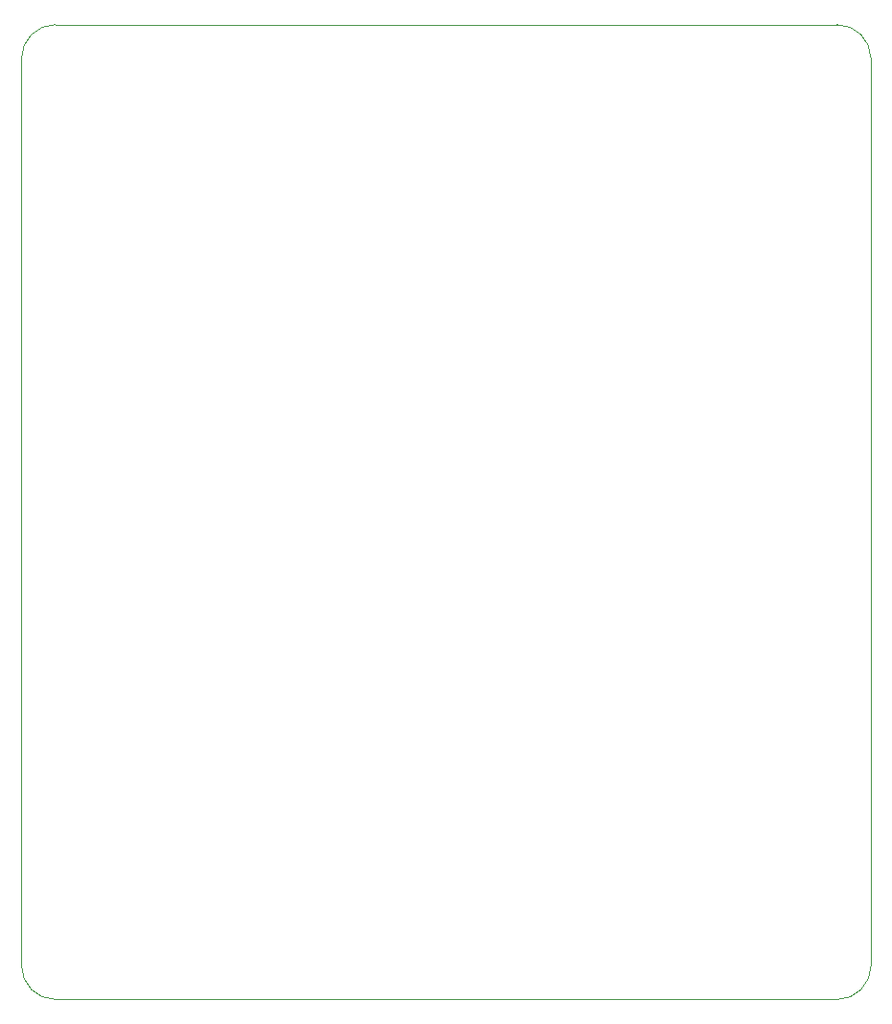
<source format=gko>
G04 Layer_Color=16711935*
%FSLAX25Y25*%
%MOIN*%
G70*
G01*
G75*
%ADD128C,0.00100*%
D128*
X283465Y0D02*
G03*
X295276Y11811I0J11811D01*
G01*
Y326772D02*
G03*
X283465Y338583I-11811J0D01*
G01*
X11811D02*
G03*
X0Y326772I0J-11811D01*
G01*
Y11811D02*
G03*
X11811Y0I11811J0D01*
G01*
X86614D01*
X0Y11811D02*
Y326772D01*
X11811Y338583D02*
X283465D01*
X295276Y11811D02*
Y326772D01*
X86614Y0D02*
X283465D01*
M02*

</source>
